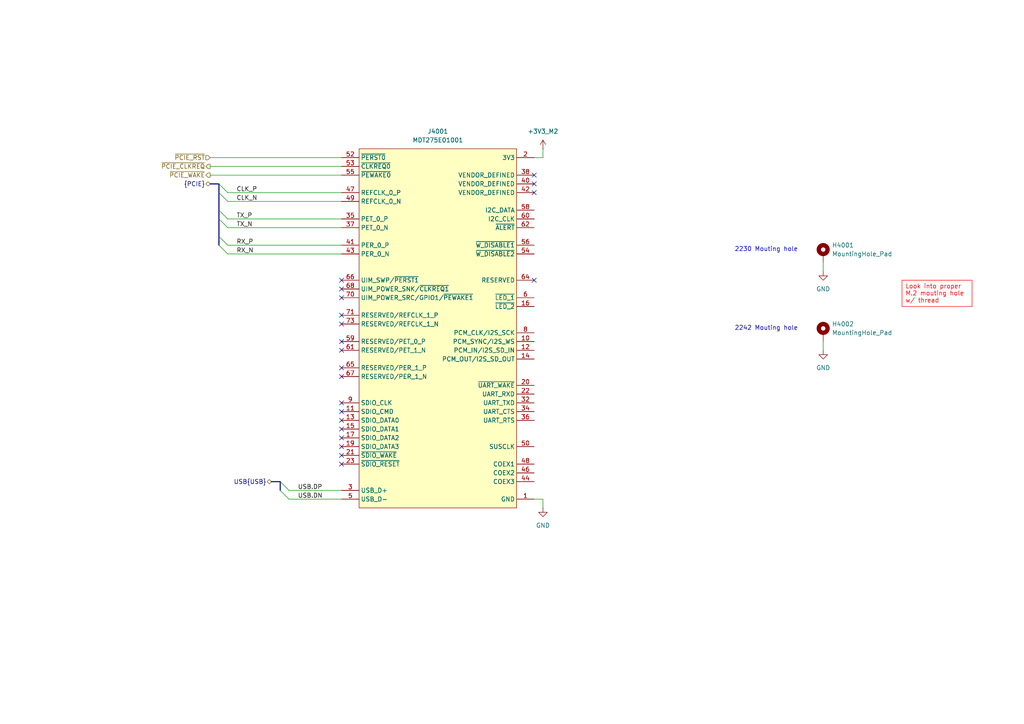
<source format=kicad_sch>
(kicad_sch
	(version 20250114)
	(generator "eeschema")
	(generator_version "9.0")
	(uuid "eabbcccb-3ded-4dd2-83f0-de8980323c16")
	(paper "A4")
	(lib_symbols
		(symbol "Mechanical:MountingHole_Pad"
			(pin_numbers
				(hide yes)
			)
			(pin_names
				(offset 1.016)
				(hide yes)
			)
			(exclude_from_sim no)
			(in_bom no)
			(on_board yes)
			(property "Reference" "H"
				(at 0 6.35 0)
				(effects
					(font
						(size 1.27 1.27)
					)
				)
			)
			(property "Value" "MountingHole_Pad"
				(at 0 4.445 0)
				(effects
					(font
						(size 1.27 1.27)
					)
				)
			)
			(property "Footprint" ""
				(at 0 0 0)
				(effects
					(font
						(size 1.27 1.27)
					)
					(hide yes)
				)
			)
			(property "Datasheet" "~"
				(at 0 0 0)
				(effects
					(font
						(size 1.27 1.27)
					)
					(hide yes)
				)
			)
			(property "Description" "Mounting Hole with connection"
				(at 0 0 0)
				(effects
					(font
						(size 1.27 1.27)
					)
					(hide yes)
				)
			)
			(property "ki_keywords" "mounting hole"
				(at 0 0 0)
				(effects
					(font
						(size 1.27 1.27)
					)
					(hide yes)
				)
			)
			(property "ki_fp_filters" "MountingHole*Pad*"
				(at 0 0 0)
				(effects
					(font
						(size 1.27 1.27)
					)
					(hide yes)
				)
			)
			(symbol "MountingHole_Pad_0_1"
				(circle
					(center 0 1.27)
					(radius 1.27)
					(stroke
						(width 1.27)
						(type default)
					)
					(fill
						(type none)
					)
				)
			)
			(symbol "MountingHole_Pad_1_1"
				(pin input line
					(at 0 -2.54 90)
					(length 2.54)
					(name "1"
						(effects
							(font
								(size 1.27 1.27)
							)
						)
					)
					(number "1"
						(effects
							(font
								(size 1.27 1.27)
							)
						)
					)
				)
			)
			(embedded_fonts no)
		)
		(symbol "PCIE-CONN:M.2 Connector E"
			(exclude_from_sim no)
			(in_bom yes)
			(on_board yes)
			(property "Reference" "J"
				(at 0 5.08 0)
				(effects
					(font
						(size 1.27 1.27)
					)
				)
			)
			(property "Value" "MDT275E01001"
				(at 0 2.54 0)
				(effects
					(font
						(size 1.27 1.27)
					)
				)
			)
			(property "Footprint" "project_footprints:MDT275E01001"
				(at -1.27 -114.3 0)
				(effects
					(font
						(size 1.27 1.27)
					)
					(hide yes)
				)
			)
			(property "Datasheet" "https://cdn.amphenol-cs.com/media/wysiwyg/files/documentation/datasheet/ssio/ssio_pcie_m2.pdf"
				(at 95.25 -189.84 0)
				(effects
					(font
						(size 1.27 1.27)
					)
					(justify left top)
					(hide yes)
				)
			)
			(property "Description" "PCIe M.2 Connectors, Storage and Server Connector, P=0.5mm, H=2.75mm, Key E,30&mu;in Au Plating"
				(at 0 -116.84 0)
				(effects
					(font
						(size 1.27 1.27)
					)
					(hide yes)
				)
			)
			(property "Height" "2.75"
				(at 95.25 -389.84 0)
				(effects
					(font
						(size 1.27 1.27)
					)
					(justify left top)
					(hide yes)
				)
			)
			(property "Mouser Part Number" "523-MDT275E01001"
				(at 95.25 -489.84 0)
				(effects
					(font
						(size 1.27 1.27)
					)
					(justify left top)
					(hide yes)
				)
			)
			(property "Mouser Price/Stock" "https://www.mouser.co.uk/ProductDetail/Amphenol-FCI/MDT275E01001?qs=lrCDz5EUXIb0v1XZqDJA6Q%3D%3D"
				(at 95.25 -589.84 0)
				(effects
					(font
						(size 1.27 1.27)
					)
					(justify left top)
					(hide yes)
				)
			)
			(property "Manufacturer_Name" "Amphenol Communications Solutions"
				(at 95.25 -689.84 0)
				(effects
					(font
						(size 1.27 1.27)
					)
					(justify left top)
					(hide yes)
				)
			)
			(property "Manufacturer_Part_Number" "MDT275E01001"
				(at 95.25 -789.84 0)
				(effects
					(font
						(size 1.27 1.27)
					)
					(justify left top)
					(hide yes)
				)
			)
			(symbol "M.2 Connector E_1_1"
				(rectangle
					(start -22.86 0)
					(end 22.86 -104.14)
					(stroke
						(width 0)
						(type solid)
					)
					(fill
						(type background)
					)
				)
				(pin input line
					(at -27.94 -2.54 0)
					(length 5.08)
					(name "~{PERST0}"
						(effects
							(font
								(size 1.27 1.27)
							)
						)
					)
					(number "52"
						(effects
							(font
								(size 1.27 1.27)
							)
						)
					)
				)
				(pin output line
					(at -27.94 -5.08 0)
					(length 5.08)
					(name "~{CLKREQ0}"
						(effects
							(font
								(size 1.27 1.27)
							)
						)
					)
					(number "53"
						(effects
							(font
								(size 1.27 1.27)
							)
						)
					)
				)
				(pin input line
					(at -27.94 -7.62 0)
					(length 5.08)
					(name "~{PEWAKE0}"
						(effects
							(font
								(size 1.27 1.27)
							)
						)
					)
					(number "55"
						(effects
							(font
								(size 1.27 1.27)
							)
						)
					)
				)
				(pin input line
					(at -27.94 -12.7 0)
					(length 5.08)
					(name "REFCLK_0_P"
						(effects
							(font
								(size 1.27 1.27)
							)
						)
					)
					(number "47"
						(effects
							(font
								(size 1.27 1.27)
							)
						)
					)
				)
				(pin input line
					(at -27.94 -15.24 0)
					(length 5.08)
					(name "REFCLK_0_N"
						(effects
							(font
								(size 1.27 1.27)
							)
						)
					)
					(number "49"
						(effects
							(font
								(size 1.27 1.27)
							)
						)
					)
				)
				(pin input line
					(at -27.94 -20.32 0)
					(length 5.08)
					(name "PET_0_P"
						(effects
							(font
								(size 1.27 1.27)
							)
						)
					)
					(number "35"
						(effects
							(font
								(size 1.27 1.27)
							)
						)
					)
				)
				(pin input line
					(at -27.94 -22.86 0)
					(length 5.08)
					(name "PET_0_N"
						(effects
							(font
								(size 1.27 1.27)
							)
						)
					)
					(number "37"
						(effects
							(font
								(size 1.27 1.27)
							)
						)
					)
				)
				(pin output line
					(at -27.94 -27.94 0)
					(length 5.08)
					(name "PER_0_P"
						(effects
							(font
								(size 1.27 1.27)
							)
						)
					)
					(number "41"
						(effects
							(font
								(size 1.27 1.27)
							)
						)
					)
				)
				(pin output line
					(at -27.94 -30.48 0)
					(length 5.08)
					(name "PER_0_N"
						(effects
							(font
								(size 1.27 1.27)
							)
						)
					)
					(number "43"
						(effects
							(font
								(size 1.27 1.27)
							)
						)
					)
				)
				(pin input line
					(at -27.94 -38.1 0)
					(length 5.08)
					(name "UIM_SWP/~{PERST1}"
						(effects
							(font
								(size 1.27 1.27)
							)
						)
					)
					(number "66"
						(effects
							(font
								(size 1.27 1.27)
							)
						)
					)
				)
				(pin output line
					(at -27.94 -40.64 0)
					(length 5.08)
					(name "UIM_POWER_SNK/~{CLKREQ1}"
						(effects
							(font
								(size 1.27 1.27)
							)
						)
					)
					(number "68"
						(effects
							(font
								(size 1.27 1.27)
							)
						)
					)
				)
				(pin input line
					(at -27.94 -43.18 0)
					(length 5.08)
					(name "UIM_POWER_SRC/GPIO1/~{PEWAKE1}"
						(effects
							(font
								(size 1.27 1.27)
							)
						)
					)
					(number "70"
						(effects
							(font
								(size 1.27 1.27)
							)
						)
					)
				)
				(pin input line
					(at -27.94 -48.26 0)
					(length 5.08)
					(name "RESERVED/REFCLK_1_P"
						(effects
							(font
								(size 1.27 1.27)
							)
						)
					)
					(number "71"
						(effects
							(font
								(size 1.27 1.27)
							)
						)
					)
				)
				(pin input line
					(at -27.94 -50.8 0)
					(length 5.08)
					(name "RESERVED/REFCLK_1_N"
						(effects
							(font
								(size 1.27 1.27)
							)
						)
					)
					(number "73"
						(effects
							(font
								(size 1.27 1.27)
							)
						)
					)
				)
				(pin input line
					(at -27.94 -55.88 0)
					(length 5.08)
					(name "RESERVED/PET_0_P"
						(effects
							(font
								(size 1.27 1.27)
							)
						)
					)
					(number "59"
						(effects
							(font
								(size 1.27 1.27)
							)
						)
					)
				)
				(pin input line
					(at -27.94 -58.42 0)
					(length 5.08)
					(name "RESERVED/PET_1_N"
						(effects
							(font
								(size 1.27 1.27)
							)
						)
					)
					(number "61"
						(effects
							(font
								(size 1.27 1.27)
							)
						)
					)
				)
				(pin output line
					(at -27.94 -63.5 0)
					(length 5.08)
					(name "RESERVED/PER_1_P"
						(effects
							(font
								(size 1.27 1.27)
							)
						)
					)
					(number "65"
						(effects
							(font
								(size 1.27 1.27)
							)
						)
					)
				)
				(pin output line
					(at -27.94 -66.04 0)
					(length 5.08)
					(name "RESERVED/PER_1_N"
						(effects
							(font
								(size 1.27 1.27)
							)
						)
					)
					(number "67"
						(effects
							(font
								(size 1.27 1.27)
							)
						)
					)
				)
				(pin input line
					(at -27.94 -73.66 0)
					(length 5.08)
					(name "SDIO_CLK"
						(effects
							(font
								(size 1.27 1.27)
							)
						)
					)
					(number "9"
						(effects
							(font
								(size 1.27 1.27)
							)
						)
					)
				)
				(pin bidirectional line
					(at -27.94 -76.2 0)
					(length 5.08)
					(name "SDIO_CMD"
						(effects
							(font
								(size 1.27 1.27)
							)
						)
					)
					(number "11"
						(effects
							(font
								(size 1.27 1.27)
							)
						)
					)
				)
				(pin bidirectional line
					(at -27.94 -78.74 0)
					(length 5.08)
					(name "SDIO_DATA0"
						(effects
							(font
								(size 1.27 1.27)
							)
						)
					)
					(number "13"
						(effects
							(font
								(size 1.27 1.27)
							)
						)
					)
				)
				(pin bidirectional line
					(at -27.94 -81.28 0)
					(length 5.08)
					(name "SDIO_DATA1"
						(effects
							(font
								(size 1.27 1.27)
							)
						)
					)
					(number "15"
						(effects
							(font
								(size 1.27 1.27)
							)
						)
					)
				)
				(pin bidirectional line
					(at -27.94 -83.82 0)
					(length 5.08)
					(name "SDIO_DATA2"
						(effects
							(font
								(size 1.27 1.27)
							)
						)
					)
					(number "17"
						(effects
							(font
								(size 1.27 1.27)
							)
						)
					)
				)
				(pin bidirectional line
					(at -27.94 -86.36 0)
					(length 5.08)
					(name "SDIO_DATA3"
						(effects
							(font
								(size 1.27 1.27)
							)
						)
					)
					(number "19"
						(effects
							(font
								(size 1.27 1.27)
							)
						)
					)
				)
				(pin output line
					(at -27.94 -88.9 0)
					(length 5.08)
					(name "~{SDIO_WAKE}"
						(effects
							(font
								(size 1.27 1.27)
							)
						)
					)
					(number "21"
						(effects
							(font
								(size 1.27 1.27)
							)
						)
					)
				)
				(pin input line
					(at -27.94 -91.44 0)
					(length 5.08)
					(name "~{SDIO_RESET}"
						(effects
							(font
								(size 1.27 1.27)
							)
						)
					)
					(number "23"
						(effects
							(font
								(size 1.27 1.27)
							)
						)
					)
				)
				(pin bidirectional line
					(at -27.94 -99.06 0)
					(length 5.08)
					(name "USB_D+"
						(effects
							(font
								(size 1.27 1.27)
							)
						)
					)
					(number "3"
						(effects
							(font
								(size 1.27 1.27)
							)
						)
					)
				)
				(pin bidirectional line
					(at -27.94 -101.6 0)
					(length 5.08)
					(name "USB_D-"
						(effects
							(font
								(size 1.27 1.27)
							)
						)
					)
					(number "5"
						(effects
							(font
								(size 1.27 1.27)
							)
						)
					)
				)
				(pin power_in line
					(at 27.94 -2.54 180)
					(length 5.08)
					(name "3V3"
						(effects
							(font
								(size 1.27 1.27)
							)
						)
					)
					(number "2"
						(effects
							(font
								(size 1.27 1.27)
							)
						)
					)
				)
				(pin passive line
					(at 27.94 -2.54 180)
					(length 5.08)
					(hide yes)
					(name "3V3"
						(effects
							(font
								(size 1.27 1.27)
							)
						)
					)
					(number "4"
						(effects
							(font
								(size 1.27 1.27)
							)
						)
					)
				)
				(pin passive line
					(at 27.94 -2.54 180)
					(length 5.08)
					(hide yes)
					(name "3V3"
						(effects
							(font
								(size 1.27 1.27)
							)
						)
					)
					(number "72"
						(effects
							(font
								(size 1.27 1.27)
							)
						)
					)
				)
				(pin passive line
					(at 27.94 -2.54 180)
					(length 5.08)
					(hide yes)
					(name "3V3"
						(effects
							(font
								(size 1.27 1.27)
							)
						)
					)
					(number "74"
						(effects
							(font
								(size 1.27 1.27)
							)
						)
					)
				)
				(pin passive line
					(at 27.94 -7.62 180)
					(length 5.08)
					(name "VENDOR_DEFINED"
						(effects
							(font
								(size 1.27 1.27)
							)
						)
					)
					(number "38"
						(effects
							(font
								(size 1.27 1.27)
							)
						)
					)
				)
				(pin passive line
					(at 27.94 -10.16 180)
					(length 5.08)
					(name "VENDOR_DEFINED"
						(effects
							(font
								(size 1.27 1.27)
							)
						)
					)
					(number "40"
						(effects
							(font
								(size 1.27 1.27)
							)
						)
					)
				)
				(pin passive line
					(at 27.94 -12.7 180)
					(length 5.08)
					(name "VENDOR_DEFINED"
						(effects
							(font
								(size 1.27 1.27)
							)
						)
					)
					(number "42"
						(effects
							(font
								(size 1.27 1.27)
							)
						)
					)
				)
				(pin bidirectional line
					(at 27.94 -17.78 180)
					(length 5.08)
					(name "I2C_DATA"
						(effects
							(font
								(size 1.27 1.27)
							)
						)
					)
					(number "58"
						(effects
							(font
								(size 1.27 1.27)
							)
						)
					)
				)
				(pin input line
					(at 27.94 -20.32 180)
					(length 5.08)
					(name "I2C_CLK"
						(effects
							(font
								(size 1.27 1.27)
							)
						)
					)
					(number "60"
						(effects
							(font
								(size 1.27 1.27)
							)
						)
					)
				)
				(pin output line
					(at 27.94 -22.86 180)
					(length 5.08)
					(name "~{ALERT}"
						(effects
							(font
								(size 1.27 1.27)
							)
						)
					)
					(number "62"
						(effects
							(font
								(size 1.27 1.27)
							)
						)
					)
				)
				(pin input line
					(at 27.94 -27.94 180)
					(length 5.08)
					(name "~{W_DISABLE1}"
						(effects
							(font
								(size 1.27 1.27)
							)
						)
					)
					(number "56"
						(effects
							(font
								(size 1.27 1.27)
							)
						)
					)
				)
				(pin input line
					(at 27.94 -30.48 180)
					(length 5.08)
					(name "~{W_DISABLE2}"
						(effects
							(font
								(size 1.27 1.27)
							)
						)
					)
					(number "54"
						(effects
							(font
								(size 1.27 1.27)
							)
						)
					)
				)
				(pin passive line
					(at 27.94 -38.1 180)
					(length 5.08)
					(name "RESERVED"
						(effects
							(font
								(size 1.27 1.27)
							)
						)
					)
					(number "64"
						(effects
							(font
								(size 1.27 1.27)
							)
						)
					)
				)
				(pin open_collector line
					(at 27.94 -43.18 180)
					(length 5.08)
					(name "~{LED_1}"
						(effects
							(font
								(size 1.27 1.27)
							)
						)
					)
					(number "6"
						(effects
							(font
								(size 1.27 1.27)
							)
						)
					)
				)
				(pin open_collector line
					(at 27.94 -45.72 180)
					(length 5.08)
					(name "~{LED_2}"
						(effects
							(font
								(size 1.27 1.27)
							)
						)
					)
					(number "16"
						(effects
							(font
								(size 1.27 1.27)
							)
						)
					)
				)
				(pin bidirectional line
					(at 27.94 -53.34 180)
					(length 5.08)
					(name "PCM_CLK/I2S_SCK"
						(effects
							(font
								(size 1.27 1.27)
							)
						)
					)
					(number "8"
						(effects
							(font
								(size 1.27 1.27)
							)
						)
					)
				)
				(pin bidirectional line
					(at 27.94 -55.88 180)
					(length 5.08)
					(name "PCM_SYNC/I2S_WS"
						(effects
							(font
								(size 1.27 1.27)
							)
						)
					)
					(number "10"
						(effects
							(font
								(size 1.27 1.27)
							)
						)
					)
				)
				(pin output line
					(at 27.94 -58.42 180)
					(length 5.08)
					(name "PCM_IN/I2S_SD_IN"
						(effects
							(font
								(size 1.27 1.27)
							)
						)
					)
					(number "12"
						(effects
							(font
								(size 1.27 1.27)
							)
						)
					)
				)
				(pin input line
					(at 27.94 -60.96 180)
					(length 5.08)
					(name "PCM_OUT/I2S_SD_OUT"
						(effects
							(font
								(size 1.27 1.27)
							)
						)
					)
					(number "14"
						(effects
							(font
								(size 1.27 1.27)
							)
						)
					)
				)
				(pin output line
					(at 27.94 -68.58 180)
					(length 5.08)
					(name "~{UART_WAKE}"
						(effects
							(font
								(size 1.27 1.27)
							)
						)
					)
					(number "20"
						(effects
							(font
								(size 1.27 1.27)
							)
						)
					)
				)
				(pin output line
					(at 27.94 -71.12 180)
					(length 5.08)
					(name "UART_RXD"
						(effects
							(font
								(size 1.27 1.27)
							)
						)
					)
					(number "22"
						(effects
							(font
								(size 1.27 1.27)
							)
						)
					)
				)
				(pin input line
					(at 27.94 -73.66 180)
					(length 5.08)
					(name "UART_TXD"
						(effects
							(font
								(size 1.27 1.27)
							)
						)
					)
					(number "32"
						(effects
							(font
								(size 1.27 1.27)
							)
						)
					)
				)
				(pin output line
					(at 27.94 -76.2 180)
					(length 5.08)
					(name "UART_CTS"
						(effects
							(font
								(size 1.27 1.27)
							)
						)
					)
					(number "34"
						(effects
							(font
								(size 1.27 1.27)
							)
						)
					)
				)
				(pin input line
					(at 27.94 -78.74 180)
					(length 5.08)
					(name "UART_RTS"
						(effects
							(font
								(size 1.27 1.27)
							)
						)
					)
					(number "36"
						(effects
							(font
								(size 1.27 1.27)
							)
						)
					)
				)
				(pin input line
					(at 27.94 -86.36 180)
					(length 5.08)
					(name "SUSCLK"
						(effects
							(font
								(size 1.27 1.27)
							)
						)
					)
					(number "50"
						(effects
							(font
								(size 1.27 1.27)
							)
						)
					)
				)
				(pin bidirectional line
					(at 27.94 -91.44 180)
					(length 5.08)
					(name "COEX1"
						(effects
							(font
								(size 1.27 1.27)
							)
						)
					)
					(number "48"
						(effects
							(font
								(size 1.27 1.27)
							)
						)
					)
				)
				(pin bidirectional line
					(at 27.94 -93.98 180)
					(length 5.08)
					(name "COEX2"
						(effects
							(font
								(size 1.27 1.27)
							)
						)
					)
					(number "46"
						(effects
							(font
								(size 1.27 1.27)
							)
						)
					)
				)
				(pin bidirectional line
					(at 27.94 -96.52 180)
					(length 5.08)
					(name "COEX3"
						(effects
							(font
								(size 1.27 1.27)
							)
						)
					)
					(number "44"
						(effects
							(font
								(size 1.27 1.27)
							)
						)
					)
				)
				(pin power_in line
					(at 27.94 -101.6 180)
					(length 5.08)
					(name "GND"
						(effects
							(font
								(size 1.27 1.27)
							)
						)
					)
					(number "1"
						(effects
							(font
								(size 1.27 1.27)
							)
						)
					)
				)
				(pin passive line
					(at 27.94 -101.6 180)
					(length 5.08)
					(hide yes)
					(name "GND"
						(effects
							(font
								(size 1.27 1.27)
							)
						)
					)
					(number "18"
						(effects
							(font
								(size 1.27 1.27)
							)
						)
					)
				)
				(pin passive line
					(at 27.94 -101.6 180)
					(length 5.08)
					(hide yes)
					(name "GND"
						(effects
							(font
								(size 1.27 1.27)
							)
						)
					)
					(number "33"
						(effects
							(font
								(size 1.27 1.27)
							)
						)
					)
				)
				(pin passive line
					(at 27.94 -101.6 180)
					(length 5.08)
					(hide yes)
					(name "GND"
						(effects
							(font
								(size 1.27 1.27)
							)
						)
					)
					(number "39"
						(effects
							(font
								(size 1.27 1.27)
							)
						)
					)
				)
				(pin passive line
					(at 27.94 -101.6 180)
					(length 5.08)
					(hide yes)
					(name "GND"
						(effects
							(font
								(size 1.27 1.27)
							)
						)
					)
					(number "45"
						(effects
							(font
								(size 1.27 1.27)
							)
						)
					)
				)
				(pin passive line
					(at 27.94 -101.6 180)
					(length 5.08)
					(hide yes)
					(name "GND"
						(effects
							(font
								(size 1.27 1.27)
							)
						)
					)
					(number "51"
						(effects
							(font
								(size 1.27 1.27)
							)
						)
					)
				)
				(pin passive line
					(at 27.94 -101.6 180)
					(length 5.08)
					(hide yes)
					(name "GND"
						(effects
							(font
								(size 1.27 1.27)
							)
						)
					)
					(number "57"
						(effects
							(font
								(size 1.27 1.27)
							)
						)
					)
				)
				(pin passive line
					(at 27.94 -101.6 180)
					(length 5.08)
					(hide yes)
					(name "GND"
						(effects
							(font
								(size 1.27 1.27)
							)
						)
					)
					(number "63"
						(effects
							(font
								(size 1.27 1.27)
							)
						)
					)
				)
				(pin passive line
					(at 27.94 -101.6 180)
					(length 5.08)
					(hide yes)
					(name "GND"
						(effects
							(font
								(size 1.27 1.27)
							)
						)
					)
					(number "69"
						(effects
							(font
								(size 1.27 1.27)
							)
						)
					)
				)
				(pin passive line
					(at 27.94 -101.6 180)
					(length 5.08)
					(hide yes)
					(name "GND"
						(effects
							(font
								(size 1.27 1.27)
							)
						)
					)
					(number "7"
						(effects
							(font
								(size 1.27 1.27)
							)
						)
					)
				)
				(pin passive line
					(at 27.94 -101.6 180)
					(length 5.08)
					(hide yes)
					(name "GND"
						(effects
							(font
								(size 1.27 1.27)
							)
						)
					)
					(number "75"
						(effects
							(font
								(size 1.27 1.27)
							)
						)
					)
				)
			)
			(embedded_fonts no)
		)
		(symbol "PWR-SYM:+3V3_M2"
			(power)
			(pin_numbers
				(hide yes)
			)
			(pin_names
				(offset 0)
				(hide yes)
			)
			(exclude_from_sim no)
			(in_bom yes)
			(on_board yes)
			(property "Reference" "#PWR"
				(at 0 -3.81 0)
				(effects
					(font
						(size 1.27 1.27)
					)
					(hide yes)
				)
			)
			(property "Value" "+3V3_M2"
				(at 0 3.556 0)
				(effects
					(font
						(size 1.27 1.27)
					)
				)
			)
			(property "Footprint" ""
				(at 0 0 0)
				(effects
					(font
						(size 1.27 1.27)
					)
					(hide yes)
				)
			)
			(property "Datasheet" ""
				(at 0 0 0)
				(effects
					(font
						(size 1.27 1.27)
					)
					(hide yes)
				)
			)
			(property "Description" "Power symbol creates a global label with name \"+3V3_M2\""
				(at 0 0 0)
				(effects
					(font
						(size 1.27 1.27)
					)
					(hide yes)
				)
			)
			(property "ki_keywords" "global power"
				(at 0 0 0)
				(effects
					(font
						(size 1.27 1.27)
					)
					(hide yes)
				)
			)
			(symbol "+3V3_M2_0_1"
				(polyline
					(pts
						(xy -0.762 1.27) (xy 0 2.54)
					)
					(stroke
						(width 0)
						(type default)
					)
					(fill
						(type none)
					)
				)
				(polyline
					(pts
						(xy 0 2.54) (xy 0.762 1.27)
					)
					(stroke
						(width 0)
						(type default)
					)
					(fill
						(type none)
					)
				)
				(polyline
					(pts
						(xy 0 0) (xy 0 2.54)
					)
					(stroke
						(width 0)
						(type default)
					)
					(fill
						(type none)
					)
				)
			)
			(symbol "+3V3_M2_1_1"
				(pin power_in line
					(at 0 0 90)
					(length 0)
					(name "~"
						(effects
							(font
								(size 1.27 1.27)
							)
						)
					)
					(number "1"
						(effects
							(font
								(size 1.27 1.27)
							)
						)
					)
				)
			)
			(embedded_fonts no)
		)
		(symbol "power:GND"
			(power)
			(pin_numbers
				(hide yes)
			)
			(pin_names
				(offset 0)
				(hide yes)
			)
			(exclude_from_sim no)
			(in_bom yes)
			(on_board yes)
			(property "Reference" "#PWR"
				(at 0 -6.35 0)
				(effects
					(font
						(size 1.27 1.27)
					)
					(hide yes)
				)
			)
			(property "Value" "GND"
				(at 0 -3.81 0)
				(effects
					(font
						(size 1.27 1.27)
					)
				)
			)
			(property "Footprint" ""
				(at 0 0 0)
				(effects
					(font
						(size 1.27 1.27)
					)
					(hide yes)
				)
			)
			(property "Datasheet" ""
				(at 0 0 0)
				(effects
					(font
						(size 1.27 1.27)
					)
					(hide yes)
				)
			)
			(property "Description" "Power symbol creates a global label with name \"GND\" , ground"
				(at 0 0 0)
				(effects
					(font
						(size 1.27 1.27)
					)
					(hide yes)
				)
			)
			(property "ki_keywords" "global power"
				(at 0 0 0)
				(effects
					(font
						(size 1.27 1.27)
					)
					(hide yes)
				)
			)
			(symbol "GND_0_1"
				(polyline
					(pts
						(xy 0 0) (xy 0 -1.27) (xy 1.27 -1.27) (xy 0 -2.54) (xy -1.27 -1.27) (xy 0 -1.27)
					)
					(stroke
						(width 0)
						(type default)
					)
					(fill
						(type none)
					)
				)
			)
			(symbol "GND_1_1"
				(pin power_in line
					(at 0 0 270)
					(length 0)
					(name "~"
						(effects
							(font
								(size 1.27 1.27)
							)
						)
					)
					(number "1"
						(effects
							(font
								(size 1.27 1.27)
							)
						)
					)
				)
			)
			(embedded_fonts no)
		)
	)
	(bus_alias "PCIE"
		(members "CLK_P" "CLK_N" "TX_P" "TX_N" "RX_P" "RX_N")
	)
	(text "2242 Mouting hole"
		(exclude_from_sim no)
		(at 222.25 95.25 0)
		(effects
			(font
				(size 1.27 1.27)
			)
		)
		(uuid "2cc367b6-639b-4f7c-812a-5ec223e3f7d7")
	)
	(text "2230 Mouting hole"
		(exclude_from_sim no)
		(at 222.25 72.39 0)
		(effects
			(font
				(size 1.27 1.27)
			)
		)
		(uuid "f1cc3ff6-eb47-4eec-8b50-341cae4b956f")
	)
	(text_box "Look into proper M.2 mouting hole w/ thread"
		(exclude_from_sim no)
		(at 261.62 81.28 0)
		(size 20.32 7.62)
		(margins 0.9525 0.9525 0.9525 0.9525)
		(stroke
			(width 0)
			(type solid)
			(color 255 0 0 1)
		)
		(fill
			(type none)
		)
		(effects
			(font
				(size 1.27 1.27)
				(color 255 0 0 1)
			)
			(justify left top)
		)
		(uuid "2bc3685a-1105-481e-85b6-9ef6528be96c")
	)
	(no_connect
		(at 99.06 132.08)
		(uuid "02511d6e-3c30-4caa-b1bf-98c205a319a4")
	)
	(no_connect
		(at 99.06 93.98)
		(uuid "0556c09c-39ab-4e86-9acf-b315577fdf84")
	)
	(no_connect
		(at 99.06 127)
		(uuid "0cb1ef35-054b-4a90-80d8-bf6071ecc4ce")
	)
	(no_connect
		(at 99.06 121.92)
		(uuid "325ddcfd-f487-4664-af71-5acbfbabbbfe")
	)
	(no_connect
		(at 99.06 119.38)
		(uuid "3de4c048-ea5a-47fb-bec9-8287b9938ecf")
	)
	(no_connect
		(at 99.06 116.84)
		(uuid "5e7af41c-3644-4f59-939d-5ee42a173c97")
	)
	(no_connect
		(at 99.06 106.68)
		(uuid "81f9c1bf-d803-42ae-bbb5-3873b0df23dc")
	)
	(no_connect
		(at 99.06 134.62)
		(uuid "827ad4be-aa7f-4ccb-b111-a5304747828a")
	)
	(no_connect
		(at 154.94 53.34)
		(uuid "8a96135a-3c23-4dc7-ba49-868986981975")
	)
	(no_connect
		(at 154.94 55.88)
		(uuid "9293e056-16cc-4e5a-a18e-9a774c32d1e2")
	)
	(no_connect
		(at 99.06 81.28)
		(uuid "9408433b-2b1b-4ed0-9dcf-98a7c799375b")
	)
	(no_connect
		(at 99.06 86.36)
		(uuid "988db707-2955-494f-8f4d-14b63affbc4c")
	)
	(no_connect
		(at 99.06 109.22)
		(uuid "9a4bf953-0b61-4a85-ab4b-ac285835a862")
	)
	(no_connect
		(at 99.06 124.46)
		(uuid "a46e89ae-a456-4e97-917b-93706a9d3792")
	)
	(no_connect
		(at 99.06 83.82)
		(uuid "bbc53092-1345-4a1c-9767-37371dd89e7e")
	)
	(no_connect
		(at 99.06 101.6)
		(uuid "d44839c2-9228-4c4f-9216-13b611c83992")
	)
	(no_connect
		(at 154.94 50.8)
		(uuid "dceac43b-874c-4d04-aaee-fb828e85b50a")
	)
	(no_connect
		(at 99.06 129.54)
		(uuid "dd58435e-2cfd-4cee-b6ee-43438fc4edb9")
	)
	(no_connect
		(at 99.06 91.44)
		(uuid "e51a9468-38d2-4ff6-bc63-a0615a073c57")
	)
	(no_connect
		(at 154.94 81.28)
		(uuid "eb35ff44-682a-430f-beff-073894855643")
	)
	(no_connect
		(at 99.06 99.06)
		(uuid "f2963c9a-3f4f-4917-9bad-cf75eb140434")
	)
	(bus_entry
		(at 81.28 142.24)
		(size 2.54 2.54)
		(stroke
			(width 0)
			(type default)
		)
		(uuid "06088179-85cf-4e44-8036-e286461393a1")
	)
	(bus_entry
		(at 63.5 68.58)
		(size 2.54 2.54)
		(stroke
			(width 0)
			(type default)
		)
		(uuid "3b3bb44b-9045-4257-9c5a-758c1acfe21f")
	)
	(bus_entry
		(at 63.5 53.34)
		(size 2.54 2.54)
		(stroke
			(width 0)
			(type default)
		)
		(uuid "5856c0d0-d9db-4be7-bfd9-9eb772c848cf")
	)
	(bus_entry
		(at 63.5 63.5)
		(size 2.54 2.54)
		(stroke
			(width 0)
			(type default)
		)
		(uuid "5e8fc9d5-bf41-4f15-8ba1-37d0cd2dd6b8")
	)
	(bus_entry
		(at 63.5 60.96)
		(size 2.54 2.54)
		(stroke
			(width 0)
			(type default)
		)
		(uuid "60053770-3c61-4642-a3b2-5d8202abafa5")
	)
	(bus_entry
		(at 63.5 55.88)
		(size 2.54 2.54)
		(stroke
			(width 0)
			(type default)
		)
		(uuid "6893179f-6829-4e51-b718-35a848bac73f")
	)
	(bus_entry
		(at 63.5 71.12)
		(size 2.54 2.54)
		(stroke
			(width 0)
			(type default)
		)
		(uuid "8042d673-dc6a-47b3-b45f-a9371ec02be2")
	)
	(bus_entry
		(at 81.28 139.7)
		(size 2.54 2.54)
		(stroke
			(width 0)
			(type default)
		)
		(uuid "a2a1a4b1-f219-427b-a447-929ca2d1c091")
	)
	(wire
		(pts
			(xy 238.76 99.06) (xy 238.76 101.6)
		)
		(stroke
			(width 0)
			(type default)
		)
		(uuid "0785530d-9d02-4765-b30a-c2ff07fce6c0")
	)
	(bus
		(pts
			(xy 60.96 53.34) (xy 63.5 53.34)
		)
		(stroke
			(width 0)
			(type default)
		)
		(uuid "112ac5a2-eb3c-41eb-a41a-653f8919a553")
	)
	(bus
		(pts
			(xy 81.28 139.7) (xy 81.28 142.24)
		)
		(stroke
			(width 0)
			(type default)
		)
		(uuid "120ef53d-a40e-4fae-bae4-5e95329a9de5")
	)
	(wire
		(pts
			(xy 83.82 142.24) (xy 99.06 142.24)
		)
		(stroke
			(width 0)
			(type default)
		)
		(uuid "35a5abd7-0d6e-4f8e-a09a-5a0c4d5a0949")
	)
	(wire
		(pts
			(xy 66.04 73.66) (xy 99.06 73.66)
		)
		(stroke
			(width 0)
			(type default)
		)
		(uuid "42976c70-eb61-4e38-8fd9-296b83b63104")
	)
	(bus
		(pts
			(xy 63.5 60.96) (xy 63.5 63.5)
		)
		(stroke
			(width 0)
			(type default)
		)
		(uuid "4775ca4e-b8aa-4a56-9de3-0cb5cb2da123")
	)
	(wire
		(pts
			(xy 66.04 66.04) (xy 99.06 66.04)
		)
		(stroke
			(width 0)
			(type default)
		)
		(uuid "487d96cf-1912-4660-bbe2-8b91243158a2")
	)
	(wire
		(pts
			(xy 66.04 55.88) (xy 99.06 55.88)
		)
		(stroke
			(width 0)
			(type default)
		)
		(uuid "4e2580d0-29cb-439a-a76e-748e80767191")
	)
	(wire
		(pts
			(xy 60.96 50.8) (xy 99.06 50.8)
		)
		(stroke
			(width 0)
			(type default)
		)
		(uuid "51a18731-b9b6-42e5-a71b-c457de408b42")
	)
	(wire
		(pts
			(xy 60.96 45.72) (xy 99.06 45.72)
		)
		(stroke
			(width 0)
			(type default)
		)
		(uuid "562d03a8-de46-4d82-ab00-332c50b33d26")
	)
	(bus
		(pts
			(xy 63.5 68.58) (xy 63.5 71.12)
		)
		(stroke
			(width 0)
			(type default)
		)
		(uuid "5cd0c84c-afb1-45e9-98dd-135f166791cc")
	)
	(wire
		(pts
			(xy 154.94 45.72) (xy 157.48 45.72)
		)
		(stroke
			(width 0)
			(type default)
		)
		(uuid "640aef8d-17a5-4fbe-b9aa-e126efe35ef5")
	)
	(wire
		(pts
			(xy 66.04 63.5) (xy 99.06 63.5)
		)
		(stroke
			(width 0)
			(type default)
		)
		(uuid "71a31136-b0d6-4fbb-9b5a-77606ffca8ac")
	)
	(wire
		(pts
			(xy 154.94 144.78) (xy 157.48 144.78)
		)
		(stroke
			(width 0)
			(type default)
		)
		(uuid "81652139-4d4a-41c6-8303-4be63df33872")
	)
	(bus
		(pts
			(xy 63.5 63.5) (xy 63.5 68.58)
		)
		(stroke
			(width 0)
			(type default)
		)
		(uuid "898ba2dc-cb23-461e-b0e6-40b76e1219a3")
	)
	(wire
		(pts
			(xy 157.48 147.32) (xy 157.48 144.78)
		)
		(stroke
			(width 0)
			(type default)
		)
		(uuid "8e8be3aa-dcab-4e03-b960-395665c01b99")
	)
	(wire
		(pts
			(xy 60.96 48.26) (xy 99.06 48.26)
		)
		(stroke
			(width 0)
			(type default)
		)
		(uuid "9882a26a-5142-4749-bc90-37ff24c68320")
	)
	(wire
		(pts
			(xy 238.76 76.2) (xy 238.76 78.74)
		)
		(stroke
			(width 0)
			(type default)
		)
		(uuid "9c41cb3f-9f5d-48bd-8ba1-0ad1c11d44f8")
	)
	(bus
		(pts
			(xy 78.74 139.7) (xy 81.28 139.7)
		)
		(stroke
			(width 0)
			(type default)
		)
		(uuid "a407058f-3b54-4f3a-9e80-3c358e00d196")
	)
	(wire
		(pts
			(xy 157.48 43.18) (xy 157.48 45.72)
		)
		(stroke
			(width 0)
			(type default)
		)
		(uuid "a417c55b-13eb-4d31-a505-60456dd241f4")
	)
	(bus
		(pts
			(xy 63.5 55.88) (xy 63.5 60.96)
		)
		(stroke
			(width 0)
			(type default)
		)
		(uuid "c08ad0f4-cdce-40e9-8891-83c5aa3685b6")
	)
	(bus
		(pts
			(xy 63.5 53.34) (xy 63.5 55.88)
		)
		(stroke
			(width 0)
			(type default)
		)
		(uuid "c4301f12-1f2c-46d5-993c-b3e82c9eb202")
	)
	(wire
		(pts
			(xy 66.04 58.42) (xy 99.06 58.42)
		)
		(stroke
			(width 0)
			(type default)
		)
		(uuid "cb83b649-4c04-47c6-aa75-222ecbdad848")
	)
	(wire
		(pts
			(xy 83.82 144.78) (xy 99.06 144.78)
		)
		(stroke
			(width 0)
			(type default)
		)
		(uuid "e285b09a-999a-44d1-9ae1-0aca225dbbe6")
	)
	(wire
		(pts
			(xy 66.04 71.12) (xy 99.06 71.12)
		)
		(stroke
			(width 0)
			(type default)
		)
		(uuid "ee202ef5-1830-4817-82ae-8e447b68a416")
	)
	(label "RX_P"
		(at 68.58 71.12 0)
		(effects
			(font
				(size 1.27 1.27)
			)
			(justify left bottom)
		)
		(uuid "1732ada4-1ef5-4fe4-b77c-5df7e8a4aec3")
	)
	(label "USB.DN"
		(at 86.36 144.78 0)
		(effects
			(font
				(size 1.27 1.27)
			)
			(justify left bottom)
		)
		(uuid "48c3616d-2fda-441d-89b8-d9e476ad7e60")
	)
	(label "RX_N"
		(at 68.58 73.66 0)
		(effects
			(font
				(size 1.27 1.27)
			)
			(justify left bottom)
		)
		(uuid "502fc072-c9e6-49d0-9932-0643fb099342")
	)
	(label "CLK_N"
		(at 68.58 58.42 0)
		(effects
			(font
				(size 1.27 1.27)
			)
			(justify left bottom)
		)
		(uuid "557c4f8d-15bd-42cd-9c7d-332cb3276283")
	)
	(label "CLK_P"
		(at 68.58 55.88 0)
		(effects
			(font
				(size 1.27 1.27)
			)
			(justify left bottom)
		)
		(uuid "6f0d24ac-1b4c-4eee-b51d-b7bf7f611135")
	)
	(label "TX_N"
		(at 68.58 66.04 0)
		(effects
			(font
				(size 1.27 1.27)
			)
			(justify left bottom)
		)
		(uuid "76aa3717-6926-48a9-aa07-f136de2893c3")
	)
	(label "TX_P"
		(at 68.58 63.5 0)
		(effects
			(font
				(size 1.27 1.27)
			)
			(justify left bottom)
		)
		(uuid "c2e4cdb1-e78e-4eaf-bf2a-43baf523912d")
	)
	(label "USB.DP"
		(at 86.36 142.24 0)
		(effects
			(font
				(size 1.27 1.27)
			)
			(justify left bottom)
		)
		(uuid "f1cd922e-ae87-4964-a5b6-5a8e59b0e4ea")
	)
	(hierarchical_label "~{PCIE_CLKREQ}"
		(shape output)
		(at 60.96 48.26 180)
		(effects
			(font
				(size 1.27 1.27)
			)
			(justify right)
		)
		(uuid "072038ee-2dd3-4711-93ae-a6c86afe0cb9")
	)
	(hierarchical_label "~{PCIE_WAKE}"
		(shape output)
		(at 60.96 50.8 180)
		(effects
			(font
				(size 1.27 1.27)
			)
			(justify right)
		)
		(uuid "18317592-2bf0-4e95-abfb-3653e98085b5")
	)
	(hierarchical_label "~{PCIE_RST}"
		(shape input)
		(at 60.96 45.72 180)
		(effects
			(font
				(size 1.27 1.27)
			)
			(justify right)
		)
		(uuid "3d9f1495-f982-4ec8-8e1e-796f32772e47")
	)
	(hierarchical_label "{PCIE}"
		(shape bidirectional)
		(at 60.96 53.34 180)
		(effects
			(font
				(size 1.27 1.27)
			)
			(justify right)
		)
		(uuid "8a6cf717-acdf-4563-aa79-d7c39d5d66ab")
	)
	(hierarchical_label "USB{USB}"
		(shape bidirectional)
		(at 78.74 139.7 180)
		(effects
			(font
				(size 1.27 1.27)
			)
			(justify right)
		)
		(uuid "aa7fdde9-adf1-4e60-afd5-9fbd162760dc")
	)
	(symbol
		(lib_id "PCIE-CONN:M.2 Connector E")
		(at 127 43.18 0)
		(unit 1)
		(exclude_from_sim no)
		(in_bom yes)
		(on_board yes)
		(dnp no)
		(fields_autoplaced yes)
		(uuid "0c38ffa0-8796-4ae2-8684-2edf575f9005")
		(property "Reference" "J4001"
			(at 127 38.1 0)
			(effects
				(font
					(size 1.27 1.27)
				)
			)
		)
		(property "Value" "MDT275E01001"
			(at 127 40.64 0)
			(effects
				(font
					(size 1.27 1.27)
				)
			)
		)
		(property "Footprint" "project_footprints:MDT275E01001"
			(at 120.65 137.16 0)
			(effects
				(font
					(size 1.27 1.27)
				)
				(justify left top)
				(hide yes)
			)
		)
		(property "Datasheet" "https://cdn.amphenol-cs.com/media/wysiwyg/files/documentation/datasheet/ssio/ssio_pcie_m2.pdf"
			(at 222.25 233.02 0)
			(effects
				(font
					(size 1.27 1.27)
				)
				(justify left top)
				(hide yes)
			)
		)
		(property "Description" "PCIe M.2 Connectors, Storage and Server Connector, P=0.5mm, H=2.75mm, Key E,30&mu;in Au Plating"
			(at 127 140.97 0)
			(effects
				(font
					(size 1.27 1.27)
				)
				(hide yes)
			)
		)
		(property "Height" "2.75"
			(at 222.25 433.02 0)
			(effects
				(font
					(size 1.27 1.27)
				)
				(justify left top)
				(hide yes)
			)
		)
		(property "Mouser Part Number" "523-MDT275E01001"
			(at 222.25 533.02 0)
			(effects
				(font
					(size 1.27 1.27)
				)
				(justify left top)
				(hide yes)
			)
		)
		(property "Mouser Price/Stock" "https://www.mouser.co.uk/ProductDetail/Amphenol-FCI/MDT275E01001?qs=lrCDz5EUXIb0v1XZqDJA6Q%3D%3D"
			(at 222.25 633.02 0)
			(effects
				(font
					(size 1.27 1.27)
				)
				(justify left top)
				(hide yes)
			)
		)
		(property "Manufacturer_Name" "Amphenol Communications Solutions"
			(at 222.25 733.02 0)
			(effects
				(font
					(size 1.27 1.27)
				)
				(justify left top)
				(hide yes)
			)
		)
		(property "Manufacturer_Part_Number" "MDT275E01001"
			(at 222.25 833.02 0)
			(effects
				(font
					(size 1.27 1.27)
				)
				(justify left top)
				(hide yes)
			)
		)
		(pin "55"
			(uuid "123095ea-0349-4eee-9cad-b0e3e38daa47")
		)
		(pin "52"
			(uuid "aa5c19d1-9cd7-4115-818d-ae792f7d4aa4")
		)
		(pin "53"
			(uuid "5e466924-7bec-4ddb-ba64-78d33f6eef4f")
		)
		(pin "19"
			(uuid "e2634933-b430-4971-abe4-233237f424ac")
		)
		(pin "15"
			(uuid "88a84771-1c34-4979-9250-1cdd4a73e444")
		)
		(pin "59"
			(uuid "4dbafc22-6bd1-490b-a6b5-7120968036a8")
		)
		(pin "68"
			(uuid "e367dd2a-14ec-49cf-aa2a-62677a3d237b")
		)
		(pin "9"
			(uuid "da056a93-6fd1-43be-9e24-0d24dc4bbd48")
		)
		(pin "41"
			(uuid "80d4fe6c-8bd8-4a2c-86a0-826215f54d46")
		)
		(pin "5"
			(uuid "91c1a09f-df2a-4ccb-a8c5-fb1110eb1f75")
		)
		(pin "64"
			(uuid "ccd911b3-97fa-4ed2-8729-76b71b9401b8")
		)
		(pin "43"
			(uuid "74455c7d-e765-4df0-b666-459d1b162953")
		)
		(pin "67"
			(uuid "cda7c453-0a96-465b-96ef-f2bf2849c808")
		)
		(pin "70"
			(uuid "7156dacb-bcca-4715-b9c5-df412152f442")
		)
		(pin "35"
			(uuid "14d1d44a-884e-4b4b-b699-2b7f23edd2bc")
		)
		(pin "11"
			(uuid "7984f04d-bde1-41cb-ad4a-22cbfefebed6")
		)
		(pin "2"
			(uuid "e794ab87-55c6-4f02-86ed-c542c55376ba")
		)
		(pin "72"
			(uuid "b84112ad-7b26-4446-9a69-63e46e16a116")
		)
		(pin "56"
			(uuid "08fd7d9d-c817-411e-a8c6-d1be8a4cb722")
		)
		(pin "65"
			(uuid "df35a0f0-3b09-442b-a78a-540ab2e2feab")
		)
		(pin "37"
			(uuid "7f161746-f46b-490c-b28c-140739fda4fc")
		)
		(pin "47"
			(uuid "25b58e54-7e88-4a03-a4de-bc665dcba7c2")
		)
		(pin "17"
			(uuid "30486e81-6155-4b16-b59f-7de576bc8bb4")
		)
		(pin "13"
			(uuid "fb5bcb4a-04ac-45f8-b2d6-f4f13867ca4f")
		)
		(pin "73"
			(uuid "dc1e4ab6-b409-41b7-a6ce-bdd248d4d536")
		)
		(pin "3"
			(uuid "20ccee4e-a5f4-46f7-82bc-c807ed3fc281")
		)
		(pin "66"
			(uuid "befc493b-90af-4af8-b028-1cf5aa02195c")
		)
		(pin "61"
			(uuid "452bc08d-f260-4b50-a904-273410d31d98")
		)
		(pin "21"
			(uuid "8ad2d4fa-5d9b-4b18-824a-5e20c867ff0b")
		)
		(pin "38"
			(uuid "165cb163-03c5-4eff-9485-172fdf3616fb")
		)
		(pin "40"
			(uuid "90edde6e-95ef-439a-9b74-0600039d1e5a")
		)
		(pin "42"
			(uuid "ea44751d-6988-447d-832c-4923a54b6759")
		)
		(pin "58"
			(uuid "48c8eaf9-fb67-47fd-922b-2c009c99b211")
		)
		(pin "18"
			(uuid "7705cfc8-2efe-4fa7-a31b-7ada8fbb95c9")
		)
		(pin "74"
			(uuid "e52e697c-1920-4121-96f4-8b6882a0dbbc")
		)
		(pin "8"
			(uuid "39275bc7-c9be-4c40-a409-7b848909cb6a")
		)
		(pin "12"
			(uuid "3c091ca3-6fbc-4d09-bc9d-94c8dc30586b")
		)
		(pin "62"
			(uuid "447c36d1-61ab-49dd-a9db-ed60a97fed8b")
		)
		(pin "49"
			(uuid "df85fbf3-5645-4287-a208-9dc5dbf896ea")
		)
		(pin "23"
			(uuid "5652b3a0-167e-4db8-9fa4-97e1282a353e")
		)
		(pin "71"
			(uuid "23fbd390-d74e-4891-abf9-e9c8e87ce03f")
		)
		(pin "4"
			(uuid "57b04ce5-83db-4b14-8ec8-08a0e13f384c")
		)
		(pin "60"
			(uuid "fbf3d8a1-f917-417f-a5b1-b84a03d96e1d")
		)
		(pin "36"
			(uuid "df94ea75-33c1-4d11-a4f6-7062b8720fbf")
		)
		(pin "32"
			(uuid "21dafdb7-2820-4c6c-8c68-d40242b13038")
		)
		(pin "6"
			(uuid "ea84cd54-0c1c-4108-b2f1-45ad2f2336cf")
		)
		(pin "14"
			(uuid "1bf9abbb-41c3-43de-a737-3a27b92287a5")
		)
		(pin "10"
			(uuid "b4314512-69ce-4b58-9b58-67ac2d350d9c")
		)
		(pin "46"
			(uuid "1909a0e7-5832-4875-87c2-385487055b1e")
		)
		(pin "50"
			(uuid "95d85ee7-08ef-4de9-a772-204e5b37c4b4")
		)
		(pin "34"
			(uuid "141a394f-7a53-416e-beef-9fd44a8d15a8")
		)
		(pin "20"
			(uuid "02184e6b-29f2-4776-aeee-edf14e42f277")
		)
		(pin "54"
			(uuid "531f7046-071c-4585-8384-764b8c51d3f6")
		)
		(pin "22"
			(uuid "3793cb56-25ab-4ad2-b493-ce81cb947b93")
		)
		(pin "16"
			(uuid "fe11da2c-999d-4a23-b632-e9b11e3d9520")
		)
		(pin "48"
			(uuid "81844fab-eb81-44d7-91b4-a65c25efdb3d")
		)
		(pin "44"
			(uuid "6ccedf85-0660-4d4c-8e6a-56ccf02acd48")
		)
		(pin "1"
			(uuid "464d8eba-eb31-4a9a-ab4d-b1fa141e57c1")
		)
		(pin "39"
			(uuid "00a8fef5-2626-4ce7-a460-5993bd60769f")
		)
		(pin "45"
			(uuid "f5e8a63a-60d3-42b6-9c61-8321f81938ae")
		)
		(pin "51"
			(uuid "a26574e8-1aef-4f3b-b5b2-4ea179cdbd71")
		)
		(pin "57"
			(uuid "7a06a0f9-0f45-4e8e-bce0-85b3d333ad57")
		)
		(pin "33"
			(uuid "84f69784-8d94-46e6-97e0-ccb702bae6d9")
		)
		(pin "63"
			(uuid "e73b6832-482c-4df9-9930-e3f88bbb7cb2")
		)
		(pin "69"
			(uuid "86a074bc-f56f-40aa-9afd-32f9302ff6da")
		)
		(pin "7"
			(uuid "faee517e-03bc-41d2-bce6-64da3c869bf6")
		)
		(pin "75"
			(uuid "934a64ad-747b-425a-8909-80c61eaed42c")
		)
		(instances
			(project ""
				(path "/f91ec272-d09a-4038-bbbb-962739a92c51/1d5b5326-5e18-44b7-8507-f118df052f59"
					(reference "J4001")
					(unit 1)
				)
			)
		)
	)
	(symbol
		(lib_id "power:GND")
		(at 157.48 147.32 0)
		(unit 1)
		(exclude_from_sim no)
		(in_bom yes)
		(on_board yes)
		(dnp no)
		(fields_autoplaced yes)
		(uuid "1701f151-1580-400f-bc0f-127b912b2147")
		(property "Reference" "#PWR04001"
			(at 157.48 153.67 0)
			(effects
				(font
					(size 1.27 1.27)
				)
				(hide yes)
			)
		)
		(property "Value" "GND"
			(at 157.48 152.4 0)
			(effects
				(font
					(size 1.27 1.27)
				)
			)
		)
		(property "Footprint" ""
			(at 157.48 147.32 0)
			(effects
				(font
					(size 1.27 1.27)
				)
				(hide yes)
			)
		)
		(property "Datasheet" ""
			(at 157.48 147.32 0)
			(effects
				(font
					(size 1.27 1.27)
				)
				(hide yes)
			)
		)
		(property "Description" "Power symbol creates a global label with name \"GND\" , ground"
			(at 157.48 147.32 0)
			(effects
				(font
					(size 1.27 1.27)
				)
				(hide yes)
			)
		)
		(pin "1"
			(uuid "aaecc2ee-d160-45c9-b03e-fd032f3d0d46")
		)
		(instances
			(project ""
				(path "/f91ec272-d09a-4038-bbbb-962739a92c51/1d5b5326-5e18-44b7-8507-f118df052f59"
					(reference "#PWR04001")
					(unit 1)
				)
			)
		)
	)
	(symbol
		(lib_id "PWR-SYM:+3V3_M2")
		(at 157.48 43.18 0)
		(unit 1)
		(exclude_from_sim no)
		(in_bom yes)
		(on_board yes)
		(dnp no)
		(fields_autoplaced yes)
		(uuid "4543bb95-3e32-41f5-92dd-9b81b9cfbc59")
		(property "Reference" "#PWR04002"
			(at 157.48 46.99 0)
			(effects
				(font
					(size 1.27 1.27)
				)
				(hide yes)
			)
		)
		(property "Value" "+3V3_M2"
			(at 157.48 38.1 0)
			(effects
				(font
					(size 1.27 1.27)
				)
			)
		)
		(property "Footprint" ""
			(at 157.48 43.18 0)
			(effects
				(font
					(size 1.27 1.27)
				)
				(hide yes)
			)
		)
		(property "Datasheet" ""
			(at 157.48 43.18 0)
			(effects
				(font
					(size 1.27 1.27)
				)
				(hide yes)
			)
		)
		(property "Description" "Power symbol creates a global label with name \"+3V3_M2\""
			(at 157.48 43.18 0)
			(effects
				(font
					(size 1.27 1.27)
				)
				(hide yes)
			)
		)
		(pin "1"
			(uuid "e35af40a-0960-4a52-9048-b5bc8a52b5d9")
		)
		(instances
			(project ""
				(path "/f91ec272-d09a-4038-bbbb-962739a92c51/1d5b5326-5e18-44b7-8507-f118df052f59"
					(reference "#PWR04002")
					(unit 1)
				)
			)
		)
	)
	(symbol
		(lib_id "Mechanical:MountingHole_Pad")
		(at 238.76 96.52 0)
		(unit 1)
		(exclude_from_sim no)
		(in_bom no)
		(on_board yes)
		(dnp no)
		(fields_autoplaced yes)
		(uuid "86fb431d-0d47-4f41-ad8f-8b5799d6616e")
		(property "Reference" "H4002"
			(at 241.3 93.9799 0)
			(effects
				(font
					(size 1.27 1.27)
				)
				(justify left)
			)
		)
		(property "Value" "MountingHole_Pad"
			(at 241.3 96.5199 0)
			(effects
				(font
					(size 1.27 1.27)
				)
				(justify left)
			)
		)
		(property "Footprint" "MountingHole:MountingHole_2.2mm_M2_Pad"
			(at 238.76 96.52 0)
			(effects
				(font
					(size 1.27 1.27)
				)
				(hide yes)
			)
		)
		(property "Datasheet" "~"
			(at 238.76 96.52 0)
			(effects
				(font
					(size 1.27 1.27)
				)
				(hide yes)
			)
		)
		(property "Description" "Mounting Hole with connection"
			(at 238.76 96.52 0)
			(effects
				(font
					(size 1.27 1.27)
				)
				(hide yes)
			)
		)
		(pin "1"
			(uuid "1e0fc269-7204-4477-85db-b6aabee73c0e")
		)
		(instances
			(project "jabr-control-v1"
				(path "/f91ec272-d09a-4038-bbbb-962739a92c51/1d5b5326-5e18-44b7-8507-f118df052f59"
					(reference "H4002")
					(unit 1)
				)
			)
		)
	)
	(symbol
		(lib_id "power:GND")
		(at 238.76 78.74 0)
		(unit 1)
		(exclude_from_sim no)
		(in_bom yes)
		(on_board yes)
		(dnp no)
		(fields_autoplaced yes)
		(uuid "bd85ab45-95bf-4427-93e9-a64037239d10")
		(property "Reference" "#PWR04004"
			(at 238.76 85.09 0)
			(effects
				(font
					(size 1.27 1.27)
				)
				(hide yes)
			)
		)
		(property "Value" "GND"
			(at 238.76 83.82 0)
			(effects
				(font
					(size 1.27 1.27)
				)
			)
		)
		(property "Footprint" ""
			(at 238.76 78.74 0)
			(effects
				(font
					(size 1.27 1.27)
				)
				(hide yes)
			)
		)
		(property "Datasheet" ""
			(at 238.76 78.74 0)
			(effects
				(font
					(size 1.27 1.27)
				)
				(hide yes)
			)
		)
		(property "Description" "Power symbol creates a global label with name \"GND\" , ground"
			(at 238.76 78.74 0)
			(effects
				(font
					(size 1.27 1.27)
				)
				(hide yes)
			)
		)
		(pin "1"
			(uuid "91f938b6-1184-4265-a9b2-78bde2d9e21d")
		)
		(instances
			(project "jabr-control-v1"
				(path "/f91ec272-d09a-4038-bbbb-962739a92c51/1d5b5326-5e18-44b7-8507-f118df052f59"
					(reference "#PWR04004")
					(unit 1)
				)
			)
		)
	)
	(symbol
		(lib_id "Mechanical:MountingHole_Pad")
		(at 238.76 73.66 0)
		(unit 1)
		(exclude_from_sim no)
		(in_bom no)
		(on_board yes)
		(dnp no)
		(fields_autoplaced yes)
		(uuid "d0ac014b-8eef-4b39-8a5a-3d5067da78d7")
		(property "Reference" "H4001"
			(at 241.3 71.1199 0)
			(effects
				(font
					(size 1.27 1.27)
				)
				(justify left)
			)
		)
		(property "Value" "MountingHole_Pad"
			(at 241.3 73.6599 0)
			(effects
				(font
					(size 1.27 1.27)
				)
				(justify left)
			)
		)
		(property "Footprint" "MountingHole:MountingHole_2.2mm_M2_Pad"
			(at 238.76 73.66 0)
			(effects
				(font
					(size 1.27 1.27)
				)
				(hide yes)
			)
		)
		(property "Datasheet" "~"
			(at 238.76 73.66 0)
			(effects
				(font
					(size 1.27 1.27)
				)
				(hide yes)
			)
		)
		(property "Description" "Mounting Hole with connection"
			(at 238.76 73.66 0)
			(effects
				(font
					(size 1.27 1.27)
				)
				(hide yes)
			)
		)
		(pin "1"
			(uuid "12ae8842-311a-4a98-a195-a1414073b3cc")
		)
		(instances
			(project ""
				(path "/f91ec272-d09a-4038-bbbb-962739a92c51/1d5b5326-5e18-44b7-8507-f118df052f59"
					(reference "H4001")
					(unit 1)
				)
			)
		)
	)
	(symbol
		(lib_id "power:GND")
		(at 238.76 101.6 0)
		(unit 1)
		(exclude_from_sim no)
		(in_bom yes)
		(on_board yes)
		(dnp no)
		(fields_autoplaced yes)
		(uuid "e40f8bda-0d0a-4623-bb72-da7ed3eac5b1")
		(property "Reference" "#PWR04003"
			(at 238.76 107.95 0)
			(effects
				(font
					(size 1.27 1.27)
				)
				(hide yes)
			)
		)
		(property "Value" "GND"
			(at 238.76 106.68 0)
			(effects
				(font
					(size 1.27 1.27)
				)
			)
		)
		(property "Footprint" ""
			(at 238.76 101.6 0)
			(effects
				(font
					(size 1.27 1.27)
				)
				(hide yes)
			)
		)
		(property "Datasheet" ""
			(at 238.76 101.6 0)
			(effects
				(font
					(size 1.27 1.27)
				)
				(hide yes)
			)
		)
		(property "Description" "Power symbol creates a global label with name \"GND\" , ground"
			(at 238.76 101.6 0)
			(effects
				(font
					(size 1.27 1.27)
				)
				(hide yes)
			)
		)
		(pin "1"
			(uuid "ba367827-fe03-481e-81a8-3ea5e2871c73")
		)
		(instances
			(project "jabr-control-v1"
				(path "/f91ec272-d09a-4038-bbbb-962739a92c51/1d5b5326-5e18-44b7-8507-f118df052f59"
					(reference "#PWR04003")
					(unit 1)
				)
			)
		)
	)
)

</source>
